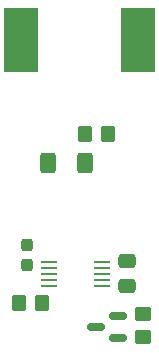
<source format=gtp>
G04 #@! TF.GenerationSoftware,KiCad,Pcbnew,(6.0.1)*
G04 #@! TF.CreationDate,2022-06-09T11:36:19-07:00*
G04 #@! TF.ProjectId,PS_controller_rev1_2,50535f63-6f6e-4747-926f-6c6c65725f72,rev?*
G04 #@! TF.SameCoordinates,Original*
G04 #@! TF.FileFunction,Paste,Top*
G04 #@! TF.FilePolarity,Positive*
%FSLAX46Y46*%
G04 Gerber Fmt 4.6, Leading zero omitted, Abs format (unit mm)*
G04 Created by KiCad (PCBNEW (6.0.1)) date 2022-06-09 11:36:19*
%MOMM*%
%LPD*%
G01*
G04 APERTURE LIST*
G04 Aperture macros list*
%AMRoundRect*
0 Rectangle with rounded corners*
0 $1 Rounding radius*
0 $2 $3 $4 $5 $6 $7 $8 $9 X,Y pos of 4 corners*
0 Add a 4 corners polygon primitive as box body*
4,1,4,$2,$3,$4,$5,$6,$7,$8,$9,$2,$3,0*
0 Add four circle primitives for the rounded corners*
1,1,$1+$1,$2,$3*
1,1,$1+$1,$4,$5*
1,1,$1+$1,$6,$7*
1,1,$1+$1,$8,$9*
0 Add four rect primitives between the rounded corners*
20,1,$1+$1,$2,$3,$4,$5,0*
20,1,$1+$1,$4,$5,$6,$7,0*
20,1,$1+$1,$6,$7,$8,$9,0*
20,1,$1+$1,$8,$9,$2,$3,0*%
G04 Aperture macros list end*
%ADD10RoundRect,0.250000X-0.350000X-0.450000X0.350000X-0.450000X0.350000X0.450000X-0.350000X0.450000X0*%
%ADD11RoundRect,0.250000X-0.400000X-0.625000X0.400000X-0.625000X0.400000X0.625000X-0.400000X0.625000X0*%
%ADD12RoundRect,0.150000X0.587500X0.150000X-0.587500X0.150000X-0.587500X-0.150000X0.587500X-0.150000X0*%
%ADD13RoundRect,0.250000X0.350000X0.450000X-0.350000X0.450000X-0.350000X-0.450000X0.350000X-0.450000X0*%
%ADD14RoundRect,0.237500X0.237500X-0.300000X0.237500X0.300000X-0.237500X0.300000X-0.237500X-0.300000X0*%
%ADD15R,1.333500X0.279400*%
%ADD16RoundRect,0.250000X0.475000X-0.337500X0.475000X0.337500X-0.475000X0.337500X-0.475000X-0.337500X0*%
%ADD17RoundRect,0.250000X0.450000X-0.350000X0.450000X0.350000X-0.450000X0.350000X-0.450000X-0.350000X0*%
%ADD18R,2.900000X5.400000*%
G04 APERTURE END LIST*
D10*
X150700000Y-81700000D03*
X152700000Y-81700000D03*
D11*
X147591384Y-84088276D03*
X150691384Y-84088276D03*
D12*
X153537500Y-98950000D03*
X153537500Y-97050000D03*
X151662500Y-98000000D03*
D13*
X147100000Y-96000000D03*
X145100000Y-96000000D03*
D14*
X145800000Y-92762500D03*
X145800000Y-91037500D03*
D15*
X152116150Y-94500760D03*
X152116150Y-94000380D03*
X152116150Y-93500000D03*
X152116150Y-92999620D03*
X152116150Y-92499240D03*
X147683850Y-92499240D03*
X147683850Y-92999620D03*
X147683850Y-93500000D03*
X147683850Y-94000380D03*
X147683850Y-94500760D03*
D16*
X154300000Y-94537500D03*
X154300000Y-92462500D03*
D17*
X155600000Y-98900000D03*
X155600000Y-96900000D03*
D18*
X145290000Y-73700000D03*
X155190000Y-73700000D03*
M02*

</source>
